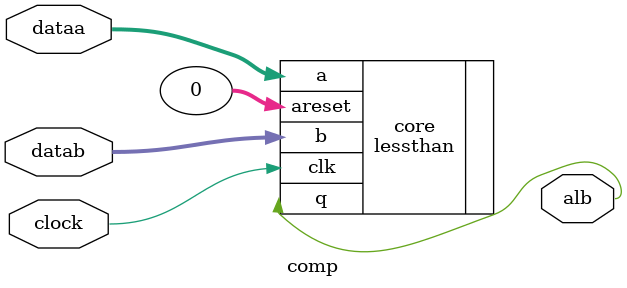
<source format=v>
`timescale 1ns / 1ps


module comp(
    input clock,
    input [31:0] dataa,
    input [31:0] datab,
    output alb
    );


lessthan core(
		.a(dataa),      //      a.a
		.areset(0), // areset.reset
		.b(datab),      //      b.b
		.clk(clock),    //    clk.clk
		.q(alb)       //      q.q
	);
endmodule

</source>
